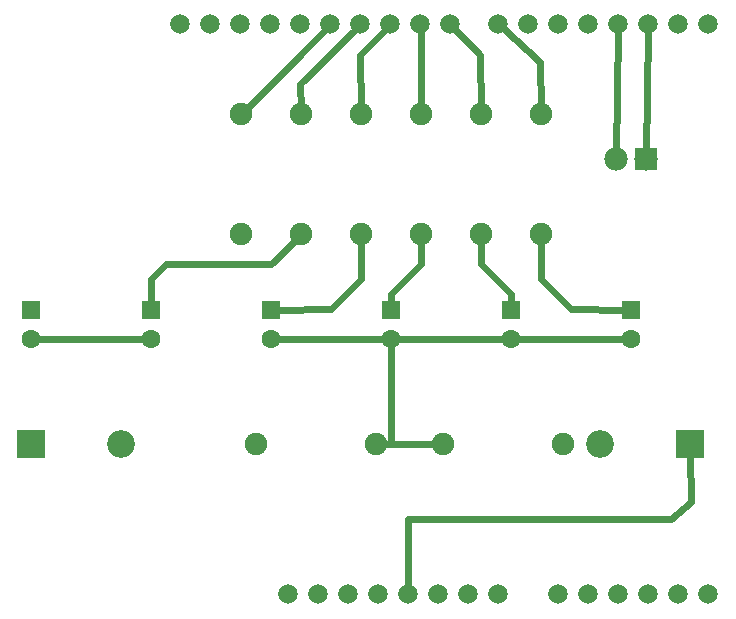
<source format=gtl>
G04 MADE WITH FRITZING*
G04 WWW.FRITZING.ORG*
G04 DOUBLE SIDED*
G04 HOLES PLATED*
G04 CONTOUR ON CENTER OF CONTOUR VECTOR*
%FSLAX26Y26*%
%MOIN*%
%ADD10C,0.065278*%
%ADD11C,0.078000*%
%ADD12C,0.062992*%
%ADD13C,0.075000*%
%ADD14C,0.092000*%
%ADD15R,0.078000X0.078000*%
%ADD16R,0.062992X0.062992*%
%ADD17R,0.092000X0.092000*%
%ADD18C,0.024000*%
G04 COPPER1*
%FSLAX26Y26*%
%MOIN*%
D10*
X2115760Y104180D03*
X2215740Y104180D03*
X2315780Y104180D03*
X2415770Y104180D03*
X2515770Y104180D03*
X1655740Y2004182D03*
X1555770Y2004182D03*
X1455760Y2004182D03*
X1355760Y2004182D03*
X1255760Y2004182D03*
X1155760Y2004182D03*
X1055760Y2004182D03*
X955755Y2004182D03*
X855755Y2004182D03*
X755741Y2004182D03*
X2515770Y2004182D03*
X2415770Y2004182D03*
X2315780Y2004182D03*
X2215740Y2004182D03*
X2115760Y2004182D03*
X2015770Y2004182D03*
X1915770Y2004182D03*
X1815760Y2004182D03*
X1215760Y104180D03*
X1115760Y104180D03*
X1315760Y104180D03*
X1415770Y104180D03*
X1515770Y104180D03*
X1615760Y104180D03*
X1715740Y104180D03*
X1815760Y104180D03*
X2015770Y104180D03*
D11*
X2308660Y1554182D03*
X2208660Y1554182D03*
D12*
X2258660Y1052620D03*
X2258660Y954190D03*
X1858660Y1052620D03*
X1858660Y954190D03*
X1458660Y1052620D03*
X1458660Y954190D03*
X1058660Y1052620D03*
X1058660Y954190D03*
X658656Y1052620D03*
X658656Y954190D03*
X258656Y1052620D03*
X258656Y954190D03*
D13*
X1958660Y1704182D03*
X1958660Y1304182D03*
X1758660Y1704182D03*
X1758660Y1304182D03*
X1558660Y1704182D03*
X1558660Y1304182D03*
X1358660Y1704182D03*
X1358660Y1304182D03*
X1158660Y1704182D03*
X1158660Y1304182D03*
X958660Y1704182D03*
X958660Y1304182D03*
X1630760Y604180D03*
X2030760Y604180D03*
X1408660Y604180D03*
X1008660Y604180D03*
D14*
X2455760Y604180D03*
X2155760Y604180D03*
X258656Y604180D03*
X558656Y604180D03*
D15*
X2308660Y1554182D03*
D16*
X2258662Y1052618D03*
X1858662Y1052618D03*
X1458662Y1052618D03*
X1058662Y1052618D03*
X658656Y1052618D03*
X258656Y1052618D03*
D17*
X2455760Y604180D03*
X258656Y604180D03*
D18*
X1555960Y1984044D02*
X1558490Y1721681D01*
D02*
X1355900Y1903593D02*
X1441570Y1989886D01*
D02*
X1358420Y1721681D02*
X1355900Y1903593D01*
D02*
X1558660Y1204182D02*
X1558660Y1286682D01*
D02*
X1458660Y1104180D02*
X1558660Y1204182D01*
D02*
X1458660Y1068360D02*
X1458660Y1104180D01*
D02*
X1858660Y1104180D02*
X1858660Y1068360D01*
D02*
X1758660Y1204182D02*
X1858660Y1104180D01*
D02*
X1954730Y1880204D02*
X1958270Y1721678D01*
D02*
X1758660Y1286682D02*
X1758660Y1204182D01*
D02*
X1167820Y1916249D02*
X970944Y1716642D01*
D02*
X1241510Y1989942D02*
X1167820Y1916249D01*
D02*
X1830780Y1990776D02*
X1954730Y1880204D01*
D02*
X1755900Y1903593D02*
X1758410Y1721681D01*
D02*
X1669950Y1989911D02*
X1755900Y1903593D01*
D02*
X1155830Y1804260D02*
X1158160Y1721675D01*
D02*
X1341520Y1989942D02*
X1155830Y1804260D01*
D02*
X2058660Y1054180D02*
X1958660Y1154182D01*
D02*
X2242920Y1052740D02*
X2058660Y1054180D01*
D02*
X1874400Y954180D02*
X2242910Y954180D01*
D02*
X642907Y954180D02*
X274404Y954180D01*
D02*
X1474400Y954180D02*
X1842910Y954180D01*
D02*
X2456170Y412280D02*
X2389870Y357030D01*
D02*
X1074400Y954180D02*
X1442910Y954180D01*
D02*
X1515750Y354180D02*
X1515770Y124320D01*
D02*
X2315470Y1984046D02*
X2308960Y1573180D01*
D02*
X2215430Y1984046D02*
X2208960Y1573180D01*
D02*
X1258660Y1054180D02*
X1074400Y1052740D01*
D02*
X1358660Y1154182D02*
X1258660Y1054180D01*
D02*
X1358660Y1286682D02*
X1358660Y1154182D01*
D02*
X1958660Y1154182D02*
X1958660Y1286682D01*
D02*
X1458660Y604180D02*
X1458660Y938430D01*
D02*
X1613260Y604180D02*
X1426160Y604180D01*
D02*
X1426160Y604180D02*
X1458660Y604180D01*
D02*
X2389870Y357040D02*
X1515750Y354190D01*
D02*
X2455810Y578180D02*
X2456170Y412280D01*
D02*
X1058660Y1204182D02*
X1146280Y1291808D01*
D02*
X708656Y1204182D02*
X1058660Y1204182D01*
D02*
X658656Y1154182D02*
X708656Y1204182D01*
D02*
X658656Y1068360D02*
X658656Y1154182D01*
G04 End of Copper1*
M02*
</source>
